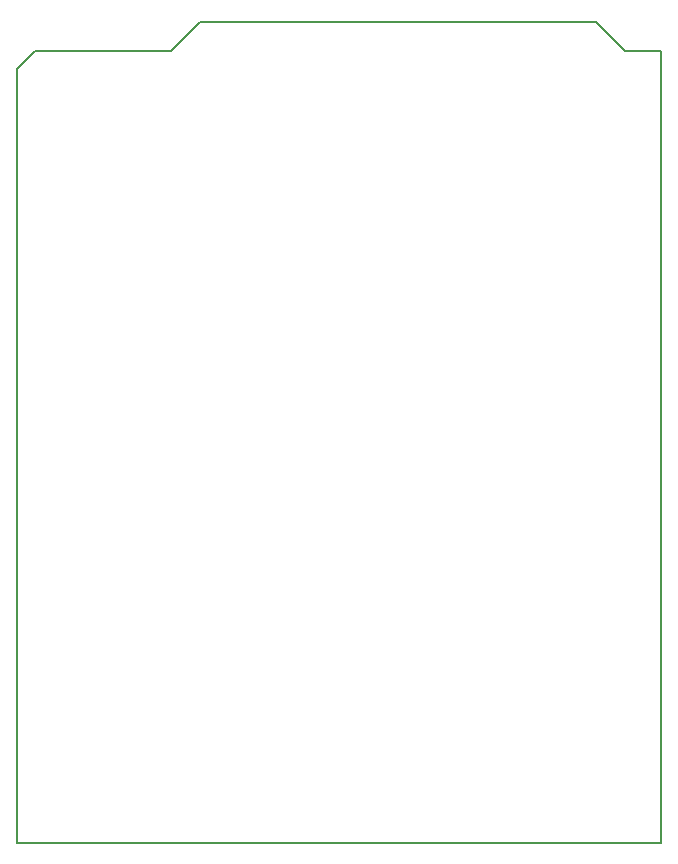
<source format=gm1>
G04 #@! TF.FileFunction,Profile,NP*
%FSLAX46Y46*%
G04 Gerber Fmt 4.6, Leading zero omitted, Abs format (unit mm)*
G04 Created by KiCad (PCBNEW 4.0.6) date 10/27/17 08:06:12*
%MOMM*%
%LPD*%
G01*
G04 APERTURE LIST*
%ADD10C,0.100000*%
%ADD11C,0.150000*%
G04 APERTURE END LIST*
D10*
D11*
X71500000Y-71000000D02*
X105000000Y-71000000D01*
X56000000Y-75000000D02*
X56000000Y-140000000D01*
X57500000Y-73500000D02*
X56000000Y-75000000D01*
X69000000Y-73500000D02*
X57500000Y-73500000D01*
X71500000Y-71000000D02*
X69000000Y-73500000D01*
X56000000Y-140500000D02*
X56000000Y-140000000D01*
X110500000Y-140500000D02*
X56000000Y-140500000D01*
X110500000Y-73500000D02*
X110500000Y-140500000D01*
X107500000Y-73500000D02*
X110500000Y-73500000D01*
X105000000Y-71000000D02*
X107500000Y-73500000D01*
M02*

</source>
